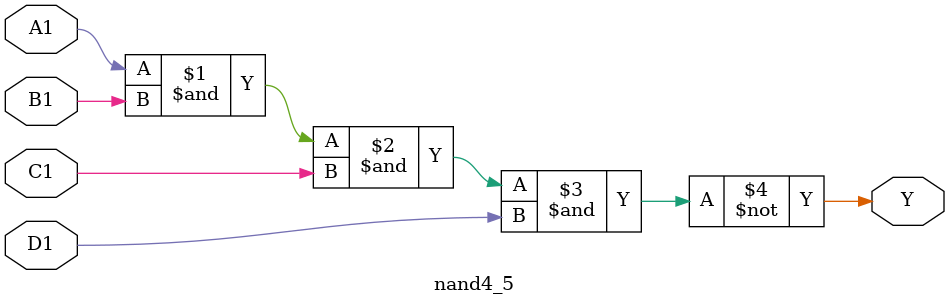
<source format=sv>
module nand4_5 (input wire A1, input wire B1, input wire C1, input wire D1, output wire Y);
    assign Y = ~(A1 & B1 & C1 & D1);  // Four-input NAND gate with custom names
endmodule
</source>
